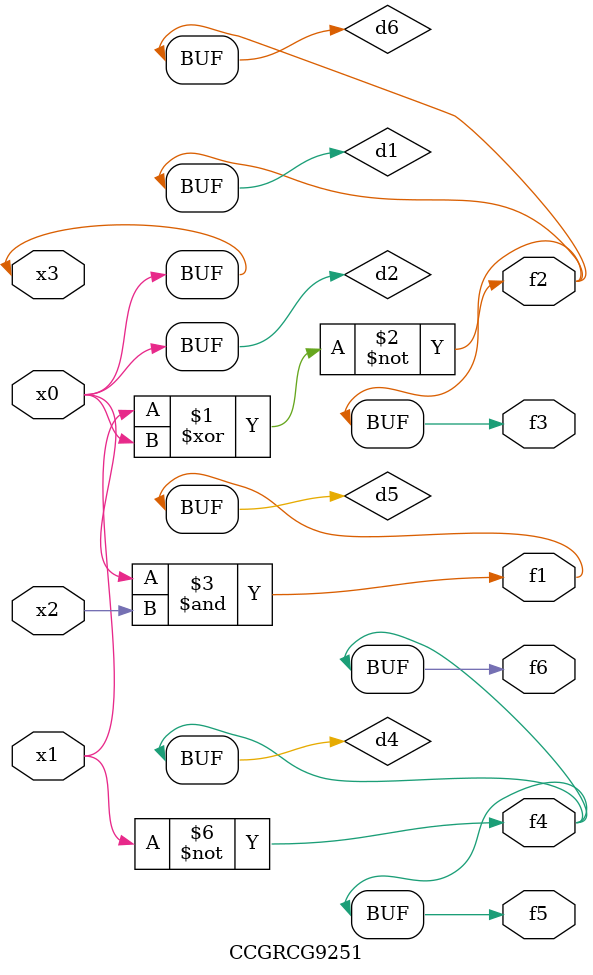
<source format=v>
module CCGRCG9251(
	input x0, x1, x2, x3,
	output f1, f2, f3, f4, f5, f6
);

	wire d1, d2, d3, d4, d5, d6;

	xnor (d1, x1, x3);
	buf (d2, x0, x3);
	nand (d3, x0, x2);
	not (d4, x1);
	nand (d5, d3);
	or (d6, d1);
	assign f1 = d5;
	assign f2 = d6;
	assign f3 = d6;
	assign f4 = d4;
	assign f5 = d4;
	assign f6 = d4;
endmodule

</source>
